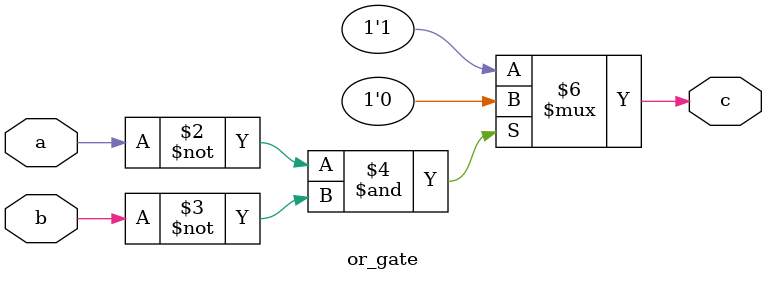
<source format=v>
module or_gate(a,b,c);
input a,b;
output c;
reg c;

always@(a,b)
begin
    if(a==0 & b==0)
    c=0;
    else 
    c=1;
end
endmodule
</source>
